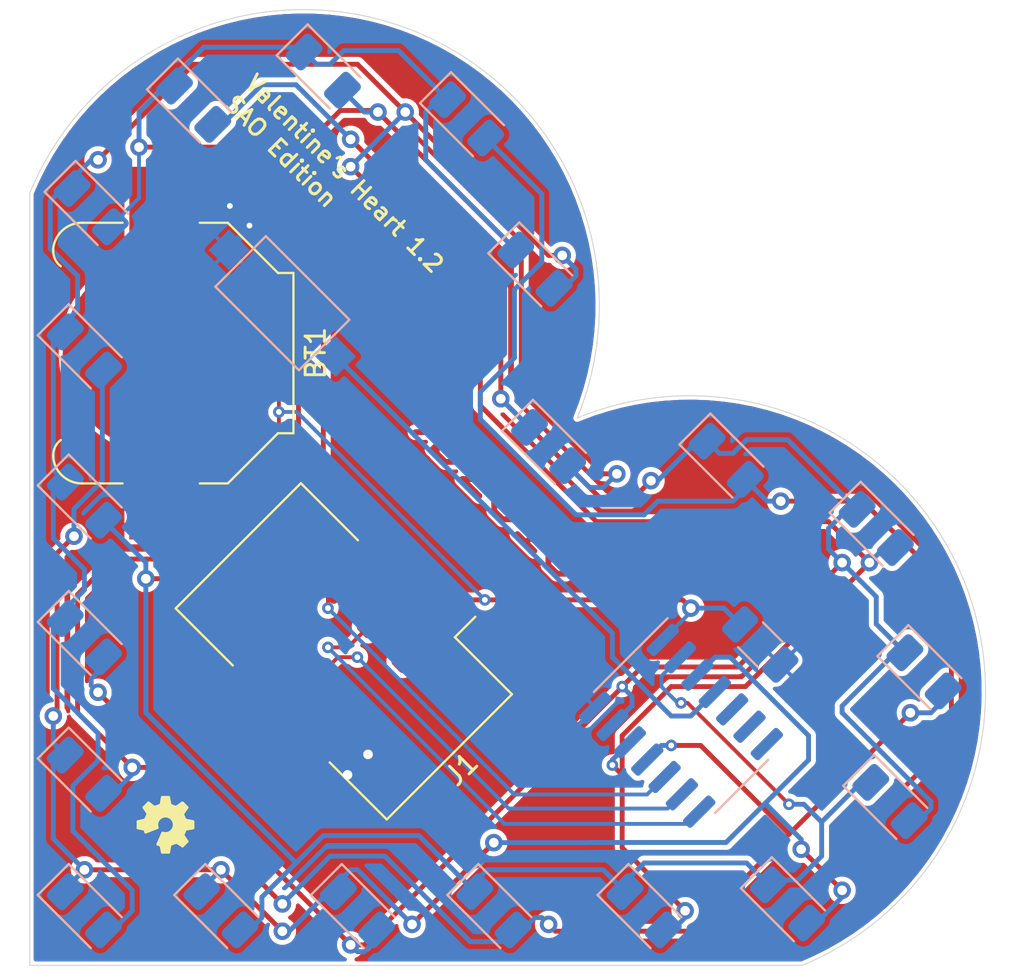
<source format=kicad_pcb>
(kicad_pcb (version 20240108) (generator "pcbnew") (generator_version "8.0")
  (layers (0 "F.Cu" signal) (31 "B.Cu" signal) (34 "B.Paste" user) (35 "F.Paste" user) (36 "B.SilkS" user "B.Silkscreen") (37 "F.SilkS" user "F.Silkscreen") (38 "B.Mask" user) (39 "F.Mask" user) (44 "Edge.Cuts" user))
  (net 0 "")
  (net 1 "GND")
  (net 2 "/CHARLIEPLEX0")
  (net 3 "/CHARLIEPLEX1")
  (net 4 "/CHARLIEPLEX2")
  (net 5 "/CHARLIEPLEX3")
  (net 6 "/CHARLIEPLEX4")
  (net 7 "/BUTTON")
  (net 8 "+3.3V")
  (net 10 "/SDA")
  (net 11 "/UPDI")
  (net 12 "/SCL")
  (footprint "valentines-heart-punk-r1.2-rotated:OSHW_FILLX100_NOTEXT" (layer "F.Cu") (at 128.983592 122.258359 -45)
    (property "Reference" "LOGO1" (hide yes))
    (property "Value" "OSHW_LOGO_FILLX0100-NT" (hide yes))
  )
  (footprint "Battery:BatteryHolder_Keystone_3000_1x12mm" (layer "F.Cu") (at 130.556 98.044 -90)
    (property "Reference" "BT1" (at 0 -8 90) (layer "F.SilkS"))
    (property "Value" "Battery_Cell")
    (pad "1" smd rect (at -7.9 0 270) (size 3.5 3.3) (layers "F.Cu" "F.Paste" "F.Mask") (net 8 "+3.3V"))
    (pad "1" smd rect (at 7.9 0 270) (size 3.5 3.3) (layers "F.Cu" "F.Paste" "F.Mask") (net 8 "+3.3V"))
    (pad "2" smd circle (at 0 0 270) (size 10.2 10.2) (layers "F.Cu" "F.Mask") (net 1 "GND"))
  )
  (footprint "Connector_IDC:IDC-Header_2x03_P2.54mm_Vertical_SMD" (layer "F.Cu") (at 140.014492 113.490259 -135)
    (property "Reference" "J1" (at 0 -8.619999 45) (layer "F.SilkS"))
    (property "Value" "Conn_02x03_Odd_Even")
    (pad "1" smd roundrect (at -3.8 -2.54 225) (size 5 1.02) (layers "F.Cu" "F.Paste" "F.Mask") (net 8 "+3.3V"))
    (pad "2" smd roundrect (at 3.8 -2.54 225) (size 5 1.02) (layers "F.Cu" "F.Paste" "F.Mask") (net 1 "GND"))
    (pad "3" smd roundrect (at -3.8 0 225) (size 5 1.02) (layers "F.Cu" "F.Paste" "F.Mask") (net 10 "/SDA"))
    (pad "4" smd roundrect (at 3.8 0 225) (size 5 1.02) (layers "F.Cu" "F.Paste" "F.Mask") (net 12 "/SCL"))
    (pad "5" smd roundrect (at -3.8 2.54 225) (size 5 1.02) (layers "F.Cu" "F.Paste" "F.Mask") (net 11 "/UPDI"))
    (pad "6" smd roundrect (at 3.8 2.54 225) (size 5 1.02) (layers "F.Cu" "F.Paste" "F.Mask"))
  )
  (footprint "valentines-heart-punk-r1.2-rotated:RGLOGO_SMALL_2015" (layer "F.Cu") (at 144.610692 103.237159 -45)
    (property "Reference" "U$1" (hide yes))
    (property "Value" "" (hide yes))
    (fp_line (start -1.397 -0.1524) (end -0.7874 -0.7874) (stroke (width 0.3048)) (layer "F.Cu"))
    (fp_line (start -1.397 -1.0922) (end -1.0922 -0.7874) (stroke (width 0.3048)) (layer "F.Cu"))
    (fp_line (start -1.0922 -0.7874) (end -0.7874 -0.7874) (stroke (width 0.3048)) (layer "F.Cu"))
    (fp_line (start -0.7874 -0.7874) (end -0.1524 -0.7874) (stroke (width 0.3048)) (layer "F.Cu"))
    (fp_line (start -0.1524 -0.1524) (end -0.1524 -0.4572) (stroke (width 0.3048)) (layer "F.Cu"))
    (fp_line (start -0.1524 -0.4572) (end -0.1524 -0.7874) (stroke (width 0.3048)) (layer "F.Cu"))
    (fp_line (start 0.1524 -0.1524) (end -0.1524 -0.4572) (stroke (width 0.3048)) (layer "F.Cu"))
    (fp_line (start -1.397 -1.7272) (end -1.397 -1.0922) (stroke (width 0.3048)) (layer "F.Cu"))
    (fp_line (start -0.1524 -0.7874) (end -0.1524 -1.7272) (stroke (width 0.3048)) (layer "F.Cu"))
    (fp_line (start -1.0922 -2.032) (end -1.397 -1.7272) (stroke (width 0.3048)) (layer "F.Cu"))
    (fp_line (start 0.7874 -0.1524) (end 0.1524 -0.1524) (stroke (width 0.3048)) (layer "F.Cu"))
    (fp_line (start 0.4572 -1.0922) (end 1.0922 -1.0922) (stroke (width 0.3048)) (layer "F.Cu"))
    (fp_line (start -0.1524 -1.7272) (end -0.1524 -2.032) (stroke (width 0.3048)) (layer "F.Cu"))
    (fp_line (start -0.1524 -1.7272) (end 0.1524 -2.032) (stroke (width 0.3048)) (layer "F.Cu"))
    (fp_line (start 1.0922 -0.4826) (end 0.7874 -0.1524) (stroke (width 0.3048)) (layer "F.Cu"))
    (fp_line (start -0.1524 -2.032) (end -1.0922 -2.032) (stroke (width 0.3048)) (layer "F.Cu"))
    (fp_line (start 0.1524 -2.032) (end 0.761999 -2.032) (stroke (width 0.3048)) (layer "F.Cu"))
    (fp_line (start 1.0922 -1.0922) (end 1.0922 -0.4826) (stroke (width 0.3048)) (layer "F.Cu"))
    (fp_line (start 2.032 -0.1524) (end 3.2766 -1.3716) (stroke (width 0.3048)) (layer "F.Cu"))
    (fp_line (start 0.761999 -2.032) (end 1.0668 -1.7272) (stroke (width 0.3048)) (layer "F.Cu"))
    (fp_line (start 3.2766 -0.1524) (end 2.032 -0.1524) (stroke (width 0.3048)) (layer "F.Cu"))
    (fp_line (start 2.032 -1.6764) (end 2.3622 -2.0066) (stroke (width 0.3048)) (layer "F.Cu"))
    (fp_line (start 2.3622 -2.0066) (end 2.971799 -2.0066) (stroke (width 0.3048)) (layer "F.Cu"))
    (fp_line (start 4.064 -0.4572) (end 5.2578 -1.6764) (stroke (width 0.3048)) (layer "F.Cu"))
    (fp_line (start 4.3688 -0.1524) (end 4.064 -0.4572) (stroke (width 0.3048)) (layer "F.Cu"))
    (fp_line (start 4.3688 -0.1524) (end 4.978399 -0.1524) (stroke (width 0.3048)) (layer "F.Cu"))
    (fp_line (start 3.2766 -1.3716) (end 3.2766 -1.6764) (stroke (width 0.3048)) (layer "F.Cu"))
    (fp_line (start 2.971799 -2.0066) (end 3.2766 -1.7018) (stroke (width 0.3048)) (layer "F.Cu"))
    (fp_line (start 4.978399 -0.1524) (end 5.2832 -0.4572) (stroke (width 0.3048)) (layer "F.Cu"))
    (fp_line (start 4.064 -1.6764) (end 4.064 -0.4572) (stroke (width 0.3048)) (layer "F.Cu"))
    (fp_line (start 5.2832 -0.4572) (end 5.2832 -1.6764) (stroke (width 0.3048)) (layer "F.Cu"))
    (fp_line (start 6.0642 -0.1524) (end 7.2961 -0.1524) (stroke (width 0.3048)) (layer "F.Cu"))
    (fp_line (start 4.3688 -1.9812) (end 4.064 -1.6764) (stroke (width 0.3048)) (layer "F.Cu"))
    (fp_line (start 4.978399 -1.9812) (end 4.3688 -1.9812) (stroke (width 0.3048)) (layer "F.Cu"))
    (fp_line (start 5.2832 -1.6764) (end 4.978399 -1.9812) (stroke (width 0.3048)) (layer "F.Cu"))
    (fp_line (start 8.3312 -0.1524) (end 8.0264 -0.4572) (stroke (width 0.3048)) (layer "F.Cu"))
    (fp_line (start 6.6866 -1.9622) (end 6.6866 -0.1715) (stroke (width 0.3048)) (layer "F.Cu"))
    (fp_line (start 6.6865 -1.981199) (end 6.0706 -1.365299) (stroke (width 0.3048)) (layer "F.Cu"))
    (fp_line (start 8.9662 -0.1524) (end 8.3312 -0.1524) (stroke (width 0.3048)) (layer "F.Cu"))
    (fp_line (start 9.271 -0.4572) (end 8.9662 -0.1524) (stroke (width 0.3048)) (layer "F.Cu"))
    (fp_line (start 8.0264 -1.9812) (end 8.026399 -1.0668) (stroke (width 0.3048)) (layer "F.Cu"))
    (fp_line (start 8.6614 -1.3716) (end 8.026399 -1.0668) (stroke (width 0.3048)) (layer "F.Cu"))
    (fp_line (start 8.6614 -1.3716) (end 8.9916 -1.3716) (stroke (width 0.3048)) (layer "F.Cu"))
    (fp_line (start 9.270999 -1.0668) (end 9.271 -0.4572) (stroke (width 0.3048)) (layer "F.Cu"))
    (fp_line (start 8.9916 -1.3716) (end 9.271 -1.0922) (stroke (width 0.3048)) (layer "F.Cu"))
    (fp_line (start 9.271 -1.9812) (end 8.0264 -1.9812) (stroke (width 0.3048)) (layer "F.Cu"))
  )
  (footprint "LED_SMD:LED_1206_3216Metric" (layer "B.Cu") (at 140.721592 126.925259 -45)
    (property "Reference" "D9" (hide yes))
    (property "Value" "LED")
    (pad "1" smd roundrect (at -1.399999 0 315) (size 1.25 1.75) (layers "B.Cu" "B.Paste" "B.Mask") (roundrect_rratio 0.2) (net 4 "/CHARLIEPLEX2"))
    (pad "2" smd roundrect (at 1.399999 0 315) (size 1.25 1.75) (layers "B.Cu" "B.Paste" "B.Mask") (roundrect_rratio 0.2) (net 2 "/CHARLIEPLEX0"))
  )
  (footprint "LED_SMD:LED_1206_3216Metric" (layer "B.Cu") (at 159.813492 103.590759 -45)
    (property "Reference" "D2" (hide yes))
    (property "Value" "LED")
    (pad "1" smd roundrect (at -1.399999 0 315) (size 1.25 1.75) (layers "B.Cu" "B.Paste" "B.Mask") (roundrect_rratio 0.2) (net 2 "/CHARLIEPLEX0"))
    (pad "2" smd roundrect (at 1.399999 0 315) (size 1.25 1.75) (layers "B.Cu" "B.Paste" "B.Mask") (roundrect_rratio 0.2) (net 4 "/CHARLIEPLEX2"))
  )
  (footprint "LED_SMD:LED_1206_3216Metric" (layer "B.Cu") (at 162.995492 126.571759 -45)
    (property "Reference" "D6" (hide yes))
    (property "Value" "LED")
    (pad "1" smd roundrect (at -1.399999 0 315) (size 1.25 1.75) (layers "B.Cu" "B.Paste" "B.Mask") (roundrect_rratio 0.2) (net 3 "/CHARLIEPLEX1"))
    (pad "2" smd roundrect (at 1.399999 0 315) (size 1.25 1.75) (layers "B.Cu" "B.Paste" "B.Mask") (roundrect_rratio 0.2) (net 4 "/CHARLIEPLEX2"))
  )
  (footprint "LED_SMD:LED_1206_3216Metric" (layer "B.Cu") (at 132.236292 85.205959 -45)
    (property "Reference" "D17" (hide yes))
    (property "Value" "LED")
    (pad "1" smd roundrect (at -1.399999 0 315) (size 1.25 1.75) (layers "B.Cu" "B.Paste" "B.Mask") (roundrect_rratio 0.2) (net 6 "/CHARLIEPLEX4"))
    (pad "2" smd roundrect (at 1.399999 0 315) (size 1.25 1.75) (layers "B.Cu" "B.Paste" "B.Mask") (roundrect_rratio 0.2) (net 2 "/CHARLIEPLEX0"))
  )
  (footprint "Capacitor_SMD:C_1206_3216Metric" (layer "B.Cu") (at 161.581292 113.136659 -45)
    (property "Reference" "C1" (hide yes))
    (property "Value" "100n")
    (pad "1" smd roundrect (at -1.475001 0 315) (size 1.15 1.8) (layers "B.Cu" "B.Paste" "B.Mask") (roundrect_rratio 0.217391) (net 8 "+3.3V"))
    (pad "2" smd roundrect (at 1.475001 0 315) (size 1.15 1.8) (layers "B.Cu" "B.Paste" "B.Mask") (roundrect_rratio 0.217391) (net 1 "GND"))
  )
  (footprint "LED_SMD:LED_1206_3216Metric" (layer "B.Cu") (at 149.913992 93.691259 -45)
    (property "Reference" "D20" (hide yes))
    (property "Value" "LED")
    (pad "1" smd roundrect (at -1.399999 0 315) (size 1.25 1.75) (layers "B.Cu" "B.Paste" "B.Mask") (roundrect_rratio 0.2) (net 6 "/CHARLIEPLEX4"))
    (pad "2" smd roundrect (at 1.399999 0 315) (size 1.25 1.75) (layers "B.Cu" "B.Paste" "B.Mask") (roundrect_rratio 0.2) (net 5 "/CHARLIEPLEX3"))
  )
  (footprint "LED_SMD:LED_1206_3216Metric" (layer "B.Cu") (at 168.298792 121.268459 -45)
    (property "Reference" "D5" (hide yes))
    (property "Value" "LED")
    (pad "1" smd roundrect (at -1.399999 0 315) (size 1.25 1.75) (layers "B.Cu" "B.Paste" "B.Mask") (roundrect_rratio 0.2) (net 3 "/CHARLIEPLEX1"))
    (pad "2" smd roundrect (at 1.399999 0 315) (size 1.25 1.75) (layers "B.Cu" "B.Paste" "B.Mask") (roundrect_rratio 0.2) (net 2 "/CHARLIEPLEX0"))
  )
  (footprint "LED_SMD:LED_1206_3216Metric" (layer "B.Cu") (at 146.378492 85.913059 -45)
    (property "Reference" "D19" (hide yes))
    (property "Value" "LED")
    (pad "1" smd roundrect (at -1.399999 0 315) (size 1.25 1.75) (layers "B.Cu" "B.Paste" "B.Mask") (roundrect_rratio 0.2) (net 6 "/CHARLIEPLEX4"))
    (pad "2" smd roundrect (at 1.399999 0 315) (size 1.25 1.75) (layers "B.Cu" "B.Paste" "B.Mask") (roundrect_rratio 0.2) (net 4 "/CHARLIEPLEX2"))
  )
  (footprint "Button_Switch_SMD:SW_SPST_CK_RS282G05A3" (layer "B.Cu") (at 136.832492 95.459059 -45)
    (property "Reference" "SW1" (hide yes))
    (property "Value" "SW_Push")
    (pad "1" smd rect (at -3.899999 0 315) (size 1.5 1.5) (layers "B.Cu" "B.Paste" "B.Mask") (net 1 "GND"))
    (pad "2" smd rect (at 3.899999 0 315) (size 1.5 1.5) (layers "B.Cu" "B.Paste" "B.Mask") (net 7 "/BUTTON"))
  )
  (footprint "LED_SMD:LED_1206_3216Metric" (layer "B.Cu") (at 147.792692 126.925259 -45)
    (property "Reference" "D8" (hide yes))
    (property "Value" "LED")
    (pad "1" smd roundrect (at -1.399999 0 315) (size 1.25 1.75) (layers "B.Cu" "B.Paste" "B.Mask") (roundrect_rratio 0.2) (net 3 "/CHARLIEPLEX1"))
    (pad "2" smd roundrect (at 1.399999 0 315) (size 1.25 1.75) (layers "B.Cu" "B.Paste" "B.Mask") (roundrect_rratio 0.2) (net 6 "/CHARLIEPLEX4"))
  )
  (footprint "LED_SMD:LED_1206_3216Metric" (layer "B.Cu") (at 126.579492 112.783159 -45)
    (property "Reference" "D13" (hide yes))
    (property "Value" "LED")
    (pad "1" smd roundrect (at -1.399999 0 315) (size 1.25 1.75) (layers "B.Cu" "B.Paste" "B.Mask") (roundrect_rratio 0.2) (net 5 "/CHARLIEPLEX3"))
    (pad "2" smd roundrect (at 1.399999 0 315) (size 1.25 1.75) (layers "B.Cu" "B.Paste" "B.Mask") (roundrect_rratio 0.2) (net 2 "/CHARLIEPLEX0"))
  )
  (footprint "LED_SMD:LED_1206_3216Metric" (layer "B.Cu") (at 150.621092 102.883659 -45)
    (property "Reference" "D1" (hide yes))
    (property "Value" "LED")
    (pad "1" smd roundrect (at -1.399999 0 315) (size 1.25 1.75) (layers "B.Cu" "B.Paste" "B.Mask") (roundrect_rratio 0.2) (net 2 "/CHARLIEPLEX0"))
    (pad "2" smd roundrect (at 1.399999 0 315) (size 1.25 1.75) (layers "B.Cu" "B.Paste" "B.Mask") (roundrect_rratio 0.2) (net 3 "/CHARLIEPLEX1"))
  )
  (footprint "LED_SMD:LED_1206_3216Metric" (layer "B.Cu") (at 126.579492 105.712059 -45)
    (property "Reference" "D14" (hide yes))
    (property "Value" "LED")
    (pad "1" smd roundrect (at -1.399999 0 315) (size 1.25 1.75) (layers "B.Cu" "B.Paste" "B.Mask") (roundrect_rratio 0.2) (net 5 "/CHARLIEPLEX3"))
    (pad "2" smd roundrect (at 1.399999 0 315) (size 1.25 1.75) (layers "B.Cu" "B.Paste" "B.Mask") (roundrect_rratio 0.2) (net 3 "/CHARLIEPLEX1"))
  )
  (footprint "LED_SMD:LED_1206_3216Metric" (layer "B.Cu") (at 155.570892 126.925259 -45)
    (property "Reference" "D7" (hide yes))
    (property "Value" "LED")
    (pad "1" smd roundrect (at -1.399999 0 315) (size 1.25 1.75) (layers "B.Cu" "B.Paste" "B.Mask") (roundrect_rratio 0.2) (net 3 "/CHARLIEPLEX1"))
    (pad "2" smd roundrect (at 1.399999 0 315) (size 1.25 1.75) (layers "B.Cu" "B.Paste" "B.Mask") (roundrect_rratio 0.2) (net 5 "/CHARLIEPLEX3"))
  )
  (footprint "LED_SMD:LED_1206_3216Metric" (layer "B.Cu") (at 167.591692 107.126259 -45)
    (property "Reference" "D3" (hide yes))
    (property "Value" "LED")
    (pad "1" smd roundrect (at -1.399999 0 315) (size 1.25 1.75) (layers "B.Cu" "B.Paste" "B.Mask") (roundrect_rratio 0.2) (net 2 "/CHARLIEPLEX0"))
    (pad "2" smd roundrect (at 1.399999 0 315) (size 1.25 1.75) (layers "B.Cu" "B.Paste" "B.Mask") (roundrect_rratio 0.2) (net 5 "/CHARLIEPLEX3"))
  )
  (footprint "LED_SMD:LED_1206_3216Metric" (layer "B.Cu") (at 126.932992 90.509259 -45)
    (property "Reference" "D16" (hide yes))
    (property "Value" "LED")
    (pad "1" smd roundrect (at -1.399999 0 315) (size 1.25 1.75) (layers "B.Cu" "B.Paste" "B.Mask") (roundrect_rratio 0.2) (net 5 "/CHARLIEPLEX3"))
    (pad "2" smd roundrect (at 1.399999 0 315) (size 1.25 1.75) (layers "B.Cu" "B.Paste" "B.Mask") (roundrect_rratio 0.2) (net 6 "/CHARLIEPLEX4"))
  )
  (footprint "LED_SMD:LED_1206_3216Metric" (layer "B.Cu") (at 138.953792 83.438259 -45)
    (property "Reference" "D18" (hide yes))
    (property "Value" "LED")
    (pad "1" smd roundrect (at -1.399999 0 315) (size 1.25 1.75) (layers "B.Cu" "B.Paste" "B.Mask") (roundrect_rratio 0.2) (net 6 "/CHARLIEPLEX4"))
    (pad "2" smd roundrect (at 1.399999 0 315) (size 1.25 1.75) (layers "B.Cu" "B.Paste" "B.Mask") (roundrect_rratio 0.2) (net 3 "/CHARLIEPLEX1"))
  )
  (footprint "LED_SMD:LED_1206_3216Metric" (layer "B.Cu") (at 126.579492 126.925259 -45)
    (property "Reference" "D11" (hide yes))
    (property "Value" "LED")
    (pad "1" smd roundrect (at -1.399999 0 315) (size 1.25 1.75) (layers "B.Cu" "B.Paste" "B.Mask") (roundrect_rratio 0.2) (net 4 "/CHARLIEPLEX2"))
    (pad "2" smd roundrect (at 1.399999 0 315) (size 1.25 1.75) (layers "B.Cu" "B.Paste" "B.Mask") (roundrect_rratio 0.2) (net 5 "/CHARLIEPLEX3"))
  )
  (footprint "LED_SMD:LED_1206_3216Metric" (layer "B.Cu") (at 133.650492 126.925259 -45)
    (property "Reference" "D10" (hide yes))
    (property "Value" "LED")
    (pad "1" smd roundrect (at -1.399999 0 315) (size 1.25 1.75) (layers "B.Cu" "B.Paste" "B.Mask") (roundrect_rratio 0.2) (net 4 "/CHARLIEPLEX2"))
    (pad "2" smd roundrect (at 1.399999 0 315) (size 1.25 1.75) (layers "B.Cu" "B.Paste" "B.Mask") (roundrect_rratio 0.2) (net 3 "/CHARLIEPLEX1"))
  )
  (footprint "LED_SMD:LED_1206_3216Metric" (layer "B.Cu") (at 170.066492 114.550959 -45)
    (property "Reference" "D4" (hide yes))
    (property "Value" "LED")
    (pad "1" smd roundrect (at -1.399999 0 315) (size 1.25 1.75) (layers "B.Cu" "B.Paste" "B.Mask") (roundrect_rratio 0.2) (net 2 "/CHARLIEPLEX0"))
    (pad "2" smd roundrect (at 1.399999 0 315) (size 1.25 1.75) (layers "B.Cu" "B.Paste" "B.Mask") (roundrect_rratio 0.2) (net 6 "/CHARLIEPLEX4"))
  )
  (footprint "Package_SO:SOIC-14_3.9x8.7mm_P1.27mm" (layer "B.Cu") (at 157.48 117.348 -135)
    (property "Reference" "U1" (hide yes))
    (property "Value" "ATtiny3224-SS")
    (pad "1" smd roundrect (at -2.475 3.81 225) (size 1.95 0.6) (layers "B.Cu" "B.Paste" "B.Mask") (net 8 "+3.3V"))
    (pad "2" smd roundrect (at -2.475 2.54 225) (size 1.95 0.6) (layers "B.Cu" "B.Paste" "B.Mask") (net 3 "/CHARLIEPLEX1"))
    (pad "3" smd roundrect (at -2.475 1.27 225) (size 1.95 0.6) (layers "B.Cu" "B.Paste" "B.Mask") (net 4 "/CHARLIEPLEX2"))
    (pad "4" smd roundrect (at -2.475 0 225) (size 1.95 0.6) (layers "B.Cu" "B.Paste" "B.Mask") (net 7 "/BUTTON"))
    (pad "5" smd roundrect (at -2.475 -1.27 225) (size 1.95 0.6) (layers "B.Cu" "B.Paste" "B.Mask"))
    (pad "6" smd roundrect (at -2.475 -2.54 225) (size 1.95 0.6) (layers "B.Cu" "B.Paste" "B.Mask"))
    (pad "7" smd roundrect (at -2.475 -3.81 225) (size 1.95 0.6) (layers "B.Cu" "B.Paste" "B.Mask"))
    (pad "8" smd roundrect (at 2.475 -3.81 225) (size 1.95 0.6) (layers "B.Cu" "B.Paste" "B.Mask") (net 10 "/SDA"))
    (pad "9" smd roundrect (at 2.475 -2.54 225) (size 1.95 0.6) (layers "B.Cu" "B.Paste" "B.Mask") (net 12 "/SCL"))
    (pad "10" smd roundrect (at 2.475 -1.27 225) (size 1.95 0.6) (layers "B.Cu" "B.Paste" "B.Mask") (net 11 "/UPDI"))
    (pad "11" smd roundrect (at 2.475 0 225) (size 1.95 0.6) (layers "B.Cu" "B.Paste" "B.Mask") (net 6 "/CHARLIEPLEX4"))
    (pad "12" smd roundrect (at 2.475 1.27 225) (size 1.95 0.6) (layers "B.Cu" "B.Paste" "B.Mask") (net 5 "/CHARLIEPLEX3"))
    (pad "13" smd roundrect (at 2.475 2.54 225) (size 1.95 0.6) (layers "B.Cu" "B.Paste" "B.Mask") (net 2 "/CHARLIEPLEX0"))
    (pad "14" smd roundrect (at 2.475 3.81 225) (size 1.95 0.6) (layers "B.Cu" "B.Paste" "B.Mask") (net 1 "GND"))
  )
  (footprint "LED_SMD:LED_1206_3216Metric" (layer "B.Cu") (at 126.579492 97.933859 -45)
    (property "Reference" "D15" (hide yes))
    (property "Value" "LED")
    (pad "1" smd roundrect (at -1.399999 0 315) (size 1.25 1.75) (layers "B.Cu" "B.Paste" "B.Mask") (roundrect_rratio 0.2) (net 5 "/CHARLIEPLEX3"))
    (pad "2" smd roundrect (at 1.399999 0 315) (size 1.25 1.75) (layers "B.Cu" "B.Paste" "B.Mask") (roundrect_rratio 0.2) (net 4 "/CHARLIEPLEX2"))
  )
  (footprint "LED_SMD:LED_1206_3216Metric" (layer "B.Cu") (at 126.579492 119.854259 -45)
    (property "Reference" "D12" (hide yes))
    (property "Value" "LED")
    (pad "1" smd roundrect (at -1.399999 0 315) (size 1.25 1.75) (layers "B.Cu" "B.Paste" "B.Mask") (roundrect_rratio 0.2) (net 4 "/CHARLIEPLEX2"))
    (pad "2" smd roundrect (at 1.399999 0 315) (size 1.25 1.75) (layers "B.Cu" "B.Paste" "B.Mask") (roundrect_rratio 0.2) (net 6 "/CHARLIEPLEX4"))
  )
  (gr_line (start 123.751092 129.753659) (end 123.751092 89.753859) (stroke (width 0.05)) (layer "Edge.Cuts"))
  (gr_arc (start 152.10099 101.40376) (mid 172.100941 109.753738) (end 163.750892 129.753659) (stroke (width 0.05)) (layer "Edge.Cuts"))
  (gr_arc (start 123.751091 89.753859) (mid 143.751053 81.403709) (end 152.100992 101.403759) (stroke (width 0.05)) (layer "Edge.Cuts"))
  (gr_line (start 163.750892 129.753659) (end 123.751092 129.753659) (stroke (width 0.05)) (layer "Edge.Cuts"))
  (gr_text "Valentine's Heart 1.2" (at 134.711192 84.145359 315) (layer "F.SilkS") (effects (font (size 0.8636 0.8636) (thickness 0.1524)) (justify left bottom)))
  (gr_text "SAO Edition" (at 133.650492 85.205959 315) (layer "F.SilkS") (effects (font (size 0.8636 0.8636) (thickness 0.1524)) (justify left bottom)))
  (via (at 140.208 119.888) (size 0.9064) (drill 0.5) (layers "F.Cu" "B.Cu") (net 1))
  (via (at 134.112 90.424) (size 0.6) (drill 0.3) (layers "F.Cu" "B.Cu") (net 1))
  (via (at 135.128 91.44) (size 0.6) (drill 0.3) (layers "F.Cu" "B.Cu") (net 1))
  (via (at 141.2687 118.8274) (size 0.9064) (drill 0.5) (layers "F.Cu" "B.Cu") (net 1))
  (segment (start 135.128 91.44) (end 134.112 90.424) (width 0.2) (layer "B.Cu") (net 1))
  (segment (start 134.074776 92.493224) (end 135.128 91.44) (width 0.2) (layer "B.Cu") (net 1))
  (segment (start 134.074776 92.701343) (end 134.074776 92.493224) (width 0.2) (layer "B.Cu") (net 1))
  (segment (start 148.146192 94.751959) (end 140.368092 86.973759) (width 0.254) (layer "F.Cu") (net 2))
  (segment (start 141.075192 128.693059) (end 154.510192 115.258059) (width 0.254) (layer "F.Cu") (net 2))
  (segment (start 154.510192 115.258059) (end 154.489941 115.258059) (width 0.254) (layer "F.Cu") (net 2))
  (segment (start 155.924392 104.651459) (end 154.863692 105.712059) (width 0.254) (layer "F.Cu") (net 2))
  (segment (start 127.286592 115.611559) (end 140.368092 128.693059) (width 0.254) (layer "F.Cu") (net 2))
  (segment (start 154.489941 115.258059) (end 154.432 115.316) (width 0.254) (layer "F.Cu") (net 2))
  (segment (start 165.823892 108.894059) (end 160.417951 114.3) (width 0.254) (layer "F.Cu") (net 2))
  (segment (start 140.368092 128.693059) (end 141.075192 128.693059) (width 0.254) (layer "F.Cu") (net 2))
  (segment (start 148.146192 100.408759) (end 148.146192 94.751959) (width 0.254) (layer "F.Cu") (net 2))
  (segment (start 155.448 114.3) (end 154.489941 115.258059) (width 0.254) (layer "F.Cu") (net 2))
  (segment (start 154.863692 105.712059) (end 153.449492 105.712059) (width 0.254) (layer "F.Cu") (net 2))
  (segment (start 160.417951 114.3) (end 155.448 114.3) (width 0.254) (layer "F.Cu") (net 2))
  (segment (start 153.449492 105.712059) (end 148.146192 100.408759) (width 0.254) (layer "F.Cu") (net 2))
  (via (at 127.286592 115.611559) (size 0.9064) (drill 0.5) (layers "F.Cu" "B.Cu") (net 2))
  (via (at 154.432 115.316) (size 0.6) (drill 0.3) (layers "F.Cu" "B.Cu") (net 2))
  (via (at 165.823892 108.894059) (size 0.9064) (drill 0.5) (layers "F.Cu" "B.Cu") (net 2))
  (via (at 140.368092 128.693059) (size 0.9064) (drill 0.5) (layers "F.Cu" "B.Cu") (net 2))
  (via (at 155.924392 104.651459) (size 0.9064) (drill 0.5) (layers "F.Cu" "B.Cu") (net 2))
  (via (at 140.368092 86.973759) (size 0.9064) (drill 0.5) (layers "F.Cu" "B.Cu") (net 2))
  (via (at 148.146192 100.408759) (size 0.9064) (drill 0.5) (layers "F.Cu" "B.Cu") (net 2))
  (segment (start 148.146192 100.408759) (end 149.383657 101.646225) (width 0.254) (layer "B.Cu") (net 2))
  (segment (start 159.459892 103.237159) (end 158.576057 102.353325) (width 0.254) (layer "B.Cu") (net 2))
  (segment (start 154.903897 116.332) (end 153.933859 117.302038) (width 0.254) (layer "B.Cu") (net 2))
  (segment (start 135.771892 84.145359) (end 133.473729 86.443397) (width 0.254) (layer "B.Cu") (net 2))
  (segment (start 167.591692 112.076059) (end 168.829057 113.313525) (width 0.254) (layer "B.Cu") (net 2))
  (segment (start 165.823892 116.318659) (end 165.823892 116.672259) (width 0.254) (layer "B.Cu") (net 2))
  (segment (start 160.166992 103.237159) (end 159.459892 103.237159) (width 0.254) (layer "B.Cu") (net 2))
  (segment (start 166.354257 105.888825) (end 162.995492 102.530059) (width 0.254) (layer "B.Cu") (net 2))
  (segment (start 160.874192 102.530059) (end 160.166992 103.237159) (width 0.254) (layer "B.Cu") (net 2))
  (segment (start 165.823892 108.894059) (end 167.591692 110.661859) (width 0.254) (layer "B.Cu") (net 2))
  (segment (start 158.576057 102.353325) (end 156.277992 104.651459) (width 0.254) (layer "B.Cu") (net 2))
  (segment (start 154.94 116.332) (end 154.903897 116.332) (width 0.254) (layer "B.Cu") (net 2))
  (segment (start 140.368092 128.693059) (end 140.721592 129.046559) (width 0.254) (layer "B.Cu") (net 2))
  (segment (start 162.995492 102.530059) (end 160.874192 102.530059) (width 0.254) (layer "B.Cu") (net 2))
  (segment (start 165.116792 108.186959) (end 165.116792 107.126259) (width 0.254) (layer "B.Cu") (net 2))
  (segment (start 140.368092 86.973759) (end 137.539592 84.145359) (width 0.254) (layer "B.Cu") (net 2))
  (segment (start 165.823892 108.894059) (end 165.116792 108.186959) (width 0.254) (layer "B.Cu") (net 2))
  (segment (start 154.94 115.824) (end 154.94 116.332) (width 0.254) (layer "B.Cu") (net 2))
  (segment (start 156.277992 104.651459) (end 155.924392 104.651459) (width 0.254) (layer "B.Cu") (net 2))
  (segment (start 127.286592 115.611559) (end 126.932992 115.258059) (width 0.254) (layer "B.Cu") (net 2))
  (segment (start 154.432 115.316) (end 154.94 115.824) (width 0.254) (layer "B.Cu") (net 2))
  (segment (start 170.420092 121.621959) (end 169.536229 122.505897) (width 0.254) (layer "B.Cu") (net 2))
  (segment (start 126.932992 115.258059) (end 126.932992 114.904459) (width 0.254) (layer "B.Cu") (net 2))
  (segment (start 141.075192 129.046559) (end 141.959029 128.162697) (width 0.254) (layer "B.Cu") (net 2))
  (segment (start 167.591692 110.661859) (end 167.591692 112.076059) (width 0.254) (layer "B.Cu") (net 2))
  (segment (start 165.116792 107.126259) (end 166.354257 105.888825) (width 0.254) (layer "B.Cu") (net 2))
  (segment (start 126.932992 114.904459) (end 127.816929 114.020597) (width 0.254) (layer "B.Cu") (net 2))
  (segment (start 165.823892 116.672259) (end 170.420092 121.268459) (width 0.254) (layer "B.Cu") (net 2))
  (segment (start 168.829057 113.313525) (end 165.823892 116.318659) (width 0.254) (layer "B.Cu") (net 2))
  (segment (start 140.721592 129.046559) (end 141.075192 129.046559) (width 0.254) (layer "B.Cu") (net 2))
  (segment (start 137.539592 84.145359) (end 135.771892 84.145359) (width 0.254) (layer "B.Cu") (net 2))
  (segment (start 170.420092 121.268459) (end 170.420092 121.621959) (width 0.254) (layer "B.Cu") (net 2))
  (segment (start 138.953792 86.36) (end 139.834896 85.478896) (width 0.254) (layer "F.Cu") (net 3))
  (segment (start 157.48 116.1595) (end 157.8155 116.1595) (width 0.2) (layer "F.Cu") (net 3))
  (segment (start 132.588 109.728) (end 138.953792 103.362208) (width 0.254) (layer "F.Cu") (net 3))
  (segment (start 149.206892 100.055259) (end 153.449492 104.297859) (width 0.254) (layer "F.Cu") (net 3))
  (segment (start 141.782292 85.559559) (end 149.206892 92.984159) (width 0.254) (layer "F.Cu") (net 3))
  (segment (start 141.701629 85.478896) (end 141.782292 85.559559) (width 0.254) (layer "F.Cu") (net 3))
  (segment (start 139.834896 85.478896) (end 141.701629 85.478896) (width 0.254) (layer "F.Cu") (net 3))
  (segment (start 149.206892 92.984159) (end 149.206892 100.055259) (width 0.254) (layer "F.Cu") (net 3))
  (segment (start 129.761492 109.728) (end 132.588 109.728) (width 0.254) (layer "F.Cu") (net 3))
  (segment (start 157.8155 116.1595) (end 163.068 121.412) (width 0.2) (layer "F.Cu") (net 3))
  (segment (start 138.953792 103.362208) (end 138.953792 86.36) (width 0.254) (layer "F.Cu") (net 3))
  (segment (start 153.449492 104.297859) (end 154.156592 104.297859) (width 0.254) (layer "F.Cu") (net 3))
  (via (at 141.782292 85.559559) (size 0.9064) (drill 0.5) (layers "F.Cu" "B.Cu") (net 3))
  (via (at 163.068 121.412) (size 0.6) (drill 0.3) (layers "F.Cu" "B.Cu") (net 3))
  (via (at 129.761492 109.728) (size 0.9064) (drill 0.5) (layers "F.Cu" "B.Cu") (net 3))
  (via (at 154.156592 104.297859) (size 0.9064) (drill 0.5) (layers "F.Cu" "B.Cu") (net 3))
  (via (at 157.48 116.1595) (size 0.6) (drill 0.3) (layers "F.Cu" "B.Cu") (net 3))
  (segment (start 160.874192 124.450359) (end 161.758057 125.334325) (width 0.254) (layer "B.Cu") (net 3))
  (segment (start 153.449492 124.803959) (end 154.333457 125.687825) (width 0.254) (layer "B.Cu") (net 3))
  (segment (start 137.539592 124.450359) (end 138.953792 123.036159) (width 0.254) (layer "B.Cu") (net 3))
  (segment (start 154.156592 104.297859) (end 153.449492 105.004959) (width 0.254) (layer "B.Cu") (net 3))
  (segment (start 156.464 115.316) (end 156.972 115.824) (width 0.2) (layer "B.Cu") (net 3))
  (segment (start 147.439092 124.803959) (end 153.449492 124.803959) (width 0.254) (layer "B.Cu") (net 3))
  (segment (start 152.742392 105.004959) (end 151.858529 104.121097) (width 0.254) (layer "B.Cu") (net 3))
  (segment (start 135.771892 126.218159) (end 137.539592 124.450359) (width 0.254) (layer "B.Cu") (net 3))
  (segment (start 138.953792 123.036159) (end 143.903592 123.036159) (width 0.254) (layer "B.Cu") (net 3))
  (segment (start 156.972 115.824) (end 157.3075 116.1595) (width 0.2) (layer "B.Cu") (net 3))
  (segment (start 154.333457 125.687825) (end 155.570892 124.450359) (width 0.254) (layer "B.Cu") (net 3))
  (segment (start 143.903592 123.036159) (end 146.555257 125.687825) (width 0.254) (layer "B.Cu") (net 3))
  (segment (start 155.570892 124.450359) (end 160.874192 124.450359) (width 0.254) (layer "B.Cu") (net 3))
  (segment (start 129.761492 109.728) (end 129.761492 108.89406) (width 0.254) (layer "B.Cu") (net 3))
  (segment (start 146.555257 125.687825) (end 147.439092 124.803959) (width 0.254) (layer "B.Cu") (net 3))
  (segment (start 153.449492 105.004959) (end 152.742392 105.004959) (width 0.254) (layer "B.Cu") (net 3))
  (segment (start 129.761492 116.672259) (end 137.539592 124.450359) (width 0.254) (layer "B.Cu") (net 3))
  (segment (start 135.771892 127.278859) (end 135.771892 126.218159) (width 0.254) (layer "B.Cu") (net 3))
  (segment (start 164.763192 122.329059) (end 163.846133 121.412) (width 0.254) (layer "B.Cu") (net 3))
  (segment (start 141.782292 85.559559) (end 141.075192 85.559559) (width 0.254) (layer "B.Cu") (net 3))
  (segment (start 164.763192 122.329059) (end 167.061357 120.031025) (width 0.254) (layer "B.Cu") (net 3))
  (segment (start 163.846133 121.412) (end 163.068 121.412) (width 0.254) (layer "B.Cu") (net 3))
  (segment (start 157.434038 113.801859) (end 156.464 114.771897) (width 0.2) (layer "B.Cu") (net 3))
  (segment (start 129.761492 108.89406) (end 127.816929 106.949497) (width 0.254) (layer "B.Cu") (net 3))
  (segment (start 134.887929 128.162697) (end 135.771892 127.278859) (width 0.254) (layer "B.Cu") (net 3))
  (segment (start 156.464 114.771897) (end 156.464 115.316) (width 0.2) (layer "B.Cu") (net 3))
  (segment (start 157.3075 116.1595) (end 157.48 116.1595) (width 0.2) (layer "B.Cu") (net 3))
  (segment (start 141.075192 85.559559) (end 140.191229 84.675697) (width 0.254) (layer "B.Cu") (net 3))
  (segment (start 163.525792 125.334259) (end 164.763192 124.096859) (width 0.254) (layer "B.Cu") (net 3))
  (segment (start 164.763192 124.096859) (end 164.763192 122.329059) (width 0.254) (layer "B.Cu") (net 3))
  (segment (start 129.761492 109.728) (end 129.761492 116.672259) (width 0.254) (layer "B.Cu") (net 3))
  (segment (start 161.758057 125.334325) (end 163.525792 125.334259) (width 0.254) (layer "B.Cu") (net 3))
  (segment (start 126.039628 107.528764) (end 125.165292 108.4031) (width 0.254) (layer "F.Cu") (net 4))
  (segment (start 171.480792 118.086459) (end 171.480792 113.136659) (width 0.254) (layer "F.Cu") (net 4))
  (segment (start 166.884592 105.712059) (end 162.641892 105.712059) (width 0.254) (layer "F.Cu") (net 4))
  (segment (start 125.165292 108.4031) (end 125.165292 116.642708) (width 0.254) (layer "F.Cu") (net 4))
  (segment (start 169.712992 111.368959) (end 169.712992 108.540459) (width 0.254) (layer "F.Cu") (net 4))
  (segment (start 163.702592 123.743259) (end 164.763192 124.803959) (width 0.254) (layer "F.Cu") (net 4))
  (segment (start 143.549992 127.632359) (end 147.783144 123.399207) (width 0.254) (layer "F.Cu") (net 4))
  (segment (start 125.165292 116.642708) (end 124.968 116.84) (width 0.254) (layer "F.Cu") (net 4))
  (segment (start 164.763192 124.803959) (end 165.823892 125.864659) (width 0.254) (layer "F.Cu") (net 4))
  (segment (start 164.763192 124.803959) (end 171.480792 118.086459) (width 0.254) (layer "F.Cu") (net 4))
  (segment (start 133.650492 124.803959) (end 136.832492 127.985959) (width 0.254) (layer "F.Cu") (net 4))
  (segment (start 171.480792 113.136659) (end 169.712992 111.368959) (width 0.254) (layer "F.Cu") (net 4))
  (segment (start 147.783144 123.399207) (end 147.783207 123.399207) (width 0.254) (layer "F.Cu") (net 4))
  (segment (start 126.579492 124.803959) (end 133.650492 124.803959) (width 0.254) (layer "F.Cu") (net 4))
  (segment (start 169.712992 108.540459) (end 166.884592 105.712059) (width 0.254) (layer "F.Cu") (net 4))
  (via (at 126.039628 107.528764) (size 0.9064) (drill 0.5) (layers "F.Cu" "B.Cu") (net 4))
  (via (at 126.579492 124.803959) (size 0.9064) (drill 0.5) (layers "F.Cu" "B.Cu") (net 4))
  (via (at 136.832492 127.985959) (size 0.9064) (drill 0.5) (layers "F.Cu" "B.Cu") (net 4))
  (via (at 163.702592 123.743259) (size 0.9064) (drill 0.5) (layers "F.Cu" "B.Cu") (net 4))
  (via (at 133.650492 124.803959) (size 0.9064) (drill 0.5) (layers "F.Cu" "B.Cu") (net 4))
  (via (at 165.823892 125.864659) (size 0.9064) (drill 0.5) (layers "F.Cu" "B.Cu") (net 4))
  (via (at 143.549992 127.632359) (size 0.9064) (drill 0.5) (layers "F.Cu" "B.Cu") (net 4))
  (via (at 147.783207 123.399207) (size 0.9064) (drill 0.5) (layers "F.Cu" "B.Cu") (net 4))
  (via (at 124.968 116.84) (size 0.9064) (drill 0.5) (layers "F.Cu" "B.Cu") (net 4))
  (via (at 162.641892 105.712059) (size 0.9064) (drill 0.5) (layers "F.Cu" "B.Cu") (net 4))
  (segment (start 164.084 117.856) (end 160.02 113.792) (width 0.254) (layer "B.Cu") (net 4))
  (segment (start 132.766692 125.687859) (end 132.413057 125.687825) (width 0.254) (layer "B.Cu") (net 4))
  (segment (start 124.968 116.84) (end 124.968 118.242768) (width 0.254) (layer "B.Cu") (net 4))
  (segment (start 161.839392 121.363859) (end 164.084 119.119251) (width 0.254) (layer "B.Cu") (net 4))
  (segment (start 133.650492 124.803959) (end 132.766692 125.687859) (width 0.254) (layer "B.Cu") (net 4))
  (segment (start 152.742492 123.389759) (end 159.813492 123.389759) (width 0.254) (layer "B.Cu") (net 4))
  (segment (start 148.853292 98.287459) (end 148.853292 94.751959) (width 0.254) (layer "B.Cu") (net 4))
  (segment (start 161.050929 104.828197) (end 160.166992 105.712059) (width 0.254) (layer "B.Cu") (net 4))
  (segment (start 159.813492 123.389759) (end 161.839392 121.363859) (width 0.254) (layer "B.Cu") (net 4))
  (segment (start 165.823892 125.864659) (end 165.823892 126.218159) (width 0.254) (layer "B.Cu") (net 4))
  (segment (start 127.352816 99.171297) (end 127.816929 99.171297) (width 0.254) (layer "B.Cu") (net 4))
  (segment (start 150.267592 89.802159) (end 147.615929 87.150497) (width 0.254) (layer "B.Cu") (net 4))
  (segment (start 155.570892 106.419159) (end 152.035292 106.419159) (width 0.254) (layer "B.Cu") (net 4))
  (segment (start 139.484157 125.687825) (end 140.368092 124.803959) (width 0.254) (layer "B.Cu") (net 4))
  (segment (start 163.702592 123.227159) (end 163.702592 123.743259) (width 0.254) (layer "B.Cu") (net 4))
  (segment (start 124.968 123.192467) (end 126.579492 124.803959) (width 0.254) (layer "B.Cu") (net 4))
  (segment (start 161.934792 105.712059) (end 161.050929 104.828197) (width 0.254) (layer "B.Cu") (net 4))
  (segment (start 147.783207 123.399207) (end 152.733044 123.399207) (width 0.254) (layer "B.Cu") (net 4))
  (segment (start 140.721592 124.803959) (end 143.549992 127.632359) (width 0.254) (layer "B.Cu") (net 4))
  (segment (start 165.823892 126.218159) (end 164.232929 127.809197) (width 0.254) (layer "B.Cu") (net 4))
  (segment (start 127.508 99.326481) (end 127.352816 99.171297) (width 0.254) (layer "B.Cu") (net 4))
  (segment (start 160.02 113.792) (end 159.239949 113.792) (width 0.254) (layer "B.Cu") (net 4))
  (segment (start 124.968 118.990882) (end 124.968 123.192467) (width 0.254) (layer "B.Cu") (net 4))
  (segment (start 156.277992 105.712059) (end 155.570892 106.419159) (width 0.254) (layer "B.Cu") (net 4))
  (segment (start 127.508 104.648) (end 127.508 99.326481) (width 0.254) (layer "B.Cu") (net 4))
  (segment (start 125.342057 118.616825) (end 124.968 118.990882) (width 0.254) (layer "B.Cu") (net 4))
  (segment (start 126.039628 106.116372) (end 127.508 104.648) (width 0.254) (layer "B.Cu") (net 4))
  (segment (start 162.641892 105.712059) (end 161.934792 105.712059) (width 0.254) (layer "B.Cu") (net 4))
  (segment (start 161.839392 121.363859) (end 163.702592 123.227159) (width 0.254) (layer "B.Cu") (net 4))
  (segment (start 159.239949 113.792) (end 158.332064 114.699885) (width 0.254) (layer "B.Cu") (net 4))
  (segment (start 136.832492 127.985959) (end 137.186092 127.985959) (width 0.254) (layer "B.Cu") (net 4))
  (segment (start 137.186092 127.985959) (end 139.484157 125.687825) (width 0.254) (layer "B.Cu") (net 4))
  (segment (start 125.342057 125.687825) (end 125.695592 125.687859) (width 0.254) (layer "B.Cu") (net 4))
  (segment (start 147.085592 101.469459) (end 147.085592 100.055259) (width 0.254) (layer "B.Cu") (net 4))
  (segment (start 150.267592 93.337759) (end 150.267592 89.802159) (width 0.254) (layer "B.Cu") (net 4))
  (segment (start 147.085592 100.055259) (end 148.853292 98.287459) (width 0.254) (layer "B.Cu") (net 4))
  (segment (start 140.368092 124.803959) (end 140.721592 124.803959) (width 0.254) (layer "B.Cu") (net 4))
  (segment (start 152.733044 123.399207) (end 152.742492 123.389759) (width 0.254) (layer "B.Cu") (net 4))
  (segment (start 160.166992 105.712059) (end 156.277992 105.712059) (width 0.254) (layer "B.Cu") (net 4))
  (segment (start 148.853292 94.751959) (end 150.267592 93.337759) (width 0.254) (layer "B.Cu") (net 4))
  (segment (start 125.695592 125.687859) (end 126.579492 124.803959) (width 0.254) (layer "B.Cu") (net 4))
  (segment (start 164.084 119.119251) (end 164.084 117.856) (width 0.254) (layer "B.Cu") (net 4))
  (segment (start 126.039628 107.528764) (end 126.039628 106.116372) (width 0.254) (layer "B.Cu") (net 4))
  (segment (start 124.968 118.242768) (end 125.342057 118.616825) (width 0.254) (layer "B.Cu") (net 4))
  (segment (start 152.035292 106.419159) (end 147.085592 101.469459) (width 0.254) (layer "B.Cu") (net 4))
  (segment (start 165.116792 106.772759) (end 167.238092 108.894059) (width 0.254) (layer "F.Cu") (net 5))
  (segment (start 150.621092 92.984159) (end 151.328192 92.984159) (width 0.254) (layer "F.Cu") (net 5))
  (segment (start 132.236292 83.084659) (end 140.721592 83.084659) (width 0.254) (layer "F.Cu") (net 5))
  (segment (start 156.972 115.316) (end 154.432 117.856) (width 0.254) (layer "F.Cu") (net 5))
  (segment (start 147.085592 100.762359) (end 153.095992 106.772759) (width 0.254) (layer "F.Cu") (net 5))
  (segment (start 154.432 117.856) (end 154.432 119.888) (width 0.254) (layer "F.Cu") (net 5))
  (segment (start 147.085592 95.105459) (end 147.085592 100.762359) (width 0.254) (layer "F.Cu") (net 5))
  (segment (start 154.432 119.888) (end 154.432 123.665067) (width 0.254) (layer "F.Cu") (net 5))
  (segment (start 127.286592 88.034359) (end 132.236292 83.084659) (width 0.254) (layer "F.Cu") (net 5))
  (segment (start 140.368092 88.387959) (end 147.085592 95.105459) (width 0.254) (layer "F.Cu") (net 5))
  (segment (start 154.432 119.888) (end 153.924 119.38) (width 0.254) (layer "F.Cu") (net 5))
  (segment (start 167.238092 108.894059) (end 160.816151 115.316) (width 0.254) (layer "F.Cu") (net 5))
  (segment (start 154.432 123.665067) (end 157.692192 126.925259) (width 0.254) (layer "F.Cu") (net 5))
  (segment (start 143.196492 85.559559) (end 150.621092 92.984159) (width 0.254) (layer "F.Cu") (net 5))
  (segment (start 153.095992 106.772759) (end 165.116792 106.772759) (width 0.254) (layer "F.Cu") (net 5))
  (segment (start 160.816151 115.316) (end 156.972 115.316) (width 0.254) (layer "F.Cu") (net 5))
  (segment (start 140.721592 83.084659) (end 143.196492 85.559559) (width 0.254) (layer "F.Cu") (net 5))
  (via (at 143.196492 85.559559) (size 0.9064) (drill 0.5) (layers "F.Cu" "B.Cu") (net 5))
  (via (at 151.328192 92.984159) (size 0.9064) (drill 0.5) (layers "F.Cu" "B.Cu") (net 5))
  (via (at 167.238092 108.894059) (size 0.9064) (drill 0.5) (layers "F.Cu" "B.Cu") (net 5))
  (via (at 127.286592 88.034359) (size 0.9064) (drill 0.5) (layers "F.Cu" "B.Cu") (net 5))
  (via (at 140.368092 88.387959) (size 0.9064) (drill 0.5) (layers "F.Cu" "B.Cu") (net 5))
  (via (at 157.692192 126.925259) (size 0.9064) (drill 0.5) (layers "F.Cu" "B.Cu") (net 5))
  (via (at 153.924 119.38) (size 0.6) (drill 0.3) (layers "F.Cu" "B.Cu") (net 5))
  (segment (start 124.968 111.919782) (end 125.342057 111.545725) (width 0.254) (layer "B.Cu") (net 5))
  (segment (start 153.924 119.38) (end 153.924 119.107949) (width 0.254) (layer "B.Cu") (net 5))
  (segment (start 125.695557 89.271825) (end 126.932992 88.034359) (width 0.254) (layer "B.Cu") (net 5))
  (segment (start 124.968 97.070482) (end 125.342057 96.696425) (width 0.254) (layer "B.Cu") (net 5))
  (segment (start 157.692192 127.278859) (end 156.808329 128.162697) (width 0.254) (layer "B.Cu") (net 5))
  (segment (start 157.692192 126.925259) (end 157.692192 127.278859) (width 0.254) (layer "B.Cu") (net 5))
  (segment (start 125.984 120.449651) (end 127.286592 119.147059) (width 0.254) (layer "B.Cu") (net 5))
  (segment (start 124.811692 90.155759) (end 125.695557 89.271825) (width 0.254) (layer "B.Cu") (net 5))
  (segment (start 124.968 115.414267) (end 124.968 111.919782) (width 0.254) (layer "B.Cu") (net 5))
  (segment (start 124.968 104.100567) (end 124.968 97.070482) (width 0.254) (layer "B.Cu") (net 5))
  (segment (start 125.342057 96.696425) (end 126.225892 95.812559) (width 0.254) (layer "B.Cu") (net 5))
  (segment (start 143.196492 85.559559) (end 140.368092 88.387959) (width 0.254) (layer "B.Cu") (net 5))
  (segment (start 124.968 107.636167) (end 124.968 104.848682) (width 0.254) (layer "B.Cu") (net 5))
  (segment (start 126.932992 88.034359) (end 127.286592 88.034359) (width 0.254) (layer "B.Cu") (net 5))
  (segment (start 151.328192 92.984159) (end 152.035292 93.691259) (width 0.254) (layer "B.Cu") (net 5))
  (segment (start 168.298792 107.833359) (end 168.829129 108.363697) (width 0.254) (layer "B.Cu") (net 5))
  (segment (start 125.589543 104.72211) (end 124.968 104.100567) (width 0.254) (layer "B.Cu") (net 5))
  (segment (start 152.035292 93.691259) (end 152.035292 94.044859) (width 0.254) (layer "B.Cu") (net 5))
  (segment (start 129.054392 126.925259) (end 129.054392 125.864659) (width 0.254) (layer "B.Cu") (net 5))
  (segment (start 127.286592 117.732859) (end 124.968 115.414267) (width 0.254) (layer "B.Cu") (net 5))
  (segment (start 125.342057 111.545725) (end 126.579492 110.308259) (width 0.254) (layer "B.Cu") (net 5))
  (segment (start 127.286592 119.147059) (end 127.286592 117.732859) (width 0.254) (layer "B.Cu") (net 5))
  (segment (start 167.238092 108.894059) (end 168.298792 107.833359) (width 0.254) (layer "B.Cu") (net 5))
  (segment (start 126.579492 110.308259) (end 126.579492 109.247659) (width 0.254) (layer "B.Cu") (net 5))
  (segment (start 152.035292 94.044859) (end 151.151429 94.928697) (width 0.254) (layer "B.Cu") (net 5))
  (segment (start 126.579492 109.247659) (end 124.968 107.636167) (width 0.254) (layer "B.Cu") (net 5))
  (segment (start 124.811692 92.630559) (end 124.811692 90.155759) (width 0.254) (layer "B.Cu") (net 5))
  (segment (start 127.816929 128.162697) (end 129.054392 126.925259) (width 0.254) (layer "B.Cu") (net 5))
  (segment (start 125.094572 104.72211) (end 125.589543 104.72211) (width 0.254) (layer "B.Cu") (net 5))
  (segment (start 126.225892 94.044859) (end 124.811692 92.630559) (width 0.254) (layer "B.Cu") (net 5))
  (segment (start 125.984 122.794267) (end 125.984 120.449651) (width 0.254) (layer "B.Cu") (net 5))
  (segment (start 129.054392 125.864659) (end 125.984 122.794267) (width 0.254) (layer "B.Cu") (net 5))
  (segment (start 126.225892 95.812559) (end 126.225892 94.044859) (width 0.254) (layer "B.Cu") (net 5))
  (segment (start 124.968 104.848682) (end 125.094572 104.72211) (width 0.254) (layer "B.Cu") (net 5))
  (segment (start 153.924 119.107949) (end 154.831885 118.200064) (width 0.254) (layer "B.Cu") (net 5))
  (segment (start 156.972 118.364) (end 158.496 118.364) (width 0.254) (layer "F.Cu") (net 6))
  (segment (start 129.761492 119.500659) (end 136.832492 126.571759) (width 0.254) (layer "F.Cu") (net 6))
  (segment (start 150.974692 127.985959) (end 150.621092 127.632359) (width 0.254) (layer "F.Cu") (net 6))
  (segment (start 158.496 118.364) (end 163.068 122.936) (width 0.254) (layer "F.Cu") (net 6))
  (segment (start 129.054392 119.500659) (end 129.761492 119.500659) (width 0.254) (layer "F.Cu") (net 6))
  (segment (start 126.225892 110.542722) (end 126.225892 116.672259) (width 0.254) (layer "F.Cu") (net 6))
  (segment (start 132.08 108.712) (end 128.056614 108.712) (width 0.254) (layer "F.Cu") (net 6))
  (segment (start 163.081826 122.949825) (end 169.359392 116.672259) (width 0.254) (layer "F.Cu") (net 6))
  (segment (start 158.045692 127.985959) (end 150.974692 127.985959) (width 0.254) (layer "F.Cu") (net 6))
  (segment (start 129.407892 87.376) (end 135.636 87.376) (width 0.254) (layer "F.Cu") (net 6))
  (segment (start 135.636 87.376) (end 137.668 89.408) (width 0.254) (layer "F.Cu") (net 6))
  (segment (start 163.068 122.936) (end 163.068 122.963651) (width 0.254) (layer "F.Cu") (net 6))
  (segment (start 163.068 122.963651) (end 158.045692 127.985959) (width 0.254) (layer "F.Cu") (net 6))
  (segment (start 137.668 103.124) (end 132.08 108.712) (width 0.254) (layer "F.Cu") (net 6))
  (segment (start 137.668 89.408) (end 137.668 103.124) (width 0.254) (layer "F.Cu") (net 6))
  (segment (start 128.056614 108.712) (end 126.225892 110.542722) (width 0.254) (layer "F.Cu") (net 6))
  (segment (start 126.225892 116.672259) (end 129.054392 119.500659) (width 0.254) (layer "F.Cu") (net 6))
  (via (at 169.359392 116.672259) (size 0.9064) (drill 0.5) (layers "F.Cu" "B.Cu") (net 6))
  (via (at 150.621092 127.632359) (size 0.9064) (drill 0.5) (layers "F.Cu" "B.Cu") (net 6))
  (via (at 129.407892 87.376) (size 0.9064) (drill 0.5) (layers "F.Cu" "B.Cu") (net 6))
  (via (at 136.832492 126.571759) (size 0.9064) (drill 0.5) (layers "F.Cu" "B.Cu") (net 6))
  (via (at 129.054392 119.500659) (size 0.9064) (drill 0.5) (layers "F.Cu" "B.Cu") (net 6))
  (via (at 156.972 118.364) (size 0.6) (drill 0.3) (layers "F.Cu" "B.Cu") (net 6))
  (segment (start 130.998857 83.968525) (end 132.766692 82.200759) (width 0.254) (layer "B.Cu") (net 6))
  (segment (start 149.030129 128.162697) (end 149.913992 127.278859) (width 0.254) (layer "B.Cu") (net 6))
  (segment (start 127.816929 121.091697) (end 129.054392 119.854259) (width 0.254) (layer "B.Cu") (net 6))
  (segment (start 156.972 118.364) (end 156.464 118.364) (width 0.254) (layer "B.Cu") (net 6))
  (segment (start 144.257092 85.559559) (end 144.257092 88.034359) (width 0.254) (layer "B.Cu") (net 6))
  (segment (start 142.135792 124.096859) (end 146.562933 128.524) (width 0.254) (layer "B.Cu") (net 6))
  (segment (start 140.014492 82.377559) (end 142.842892 82.377559) (width 0.254) (layer "B.Cu") (net 6))
  (segment (start 137.716357 82.200825) (end 138.600292 83.084659) (width 0.254) (layer "B.Cu") (net 6))
  (segment (start 129.407892 87.376) (end 129.407892 85.559559) (width 0.254) (layer "B.Cu") (net 6))
  (segment (start 132.766692 82.200759) (end 137.716357 82.200825) (width 0.254) (layer "B.Cu") (net 6))
  (segment (start 146.562933 128.524) (end 148.668826 128.524) (width 0.254) (layer "B.Cu") (net 6))
  (segment (start 144.257092 88.034359) (end 148.676557 92.453825) (width 0.254) (layer "B.Cu") (net 6))
  (segment (start 129.407892 90.014257) (end 129.407892 87.376) (width 0.2) (layer "B.Cu") (net 6))
  (segment (start 169.359392 116.672259) (end 170.420092 116.672259) (width 0.254) (layer "B.Cu") (net 6))
  (segment (start 136.832492 126.571759) (end 139.307392 124.096859) (width 0.254) (layer "B.Cu") (net 6))
  (segment (start 139.307392 83.084659) (end 140.014492 82.377559) (width 0.254) (layer "B.Cu") (net 6))
  (segment (start 129.407892 85.559559) (end 130.998857 83.968525) (width 0.254) (layer "B.Cu") (net 6))
  (segment (start 170.420092 116.672259) (end 171.303929 115.788397) (width 0.254) (layer "B.Cu") (net 6))
  (segment (start 149.913992 127.278859) (end 150.267592 127.278859) (width 0.254) (layer "B.Cu") (net 6))
  (segment (start 145.141057 84.675625) (end 144.257092 85.559559) (width 0.254) (layer "B.Cu") (net 6))
  (segment (start 148.668826 128.524) (end 149.030129 128.162697) (width 0.254) (layer "B.Cu") (net 6))
  (segment (start 142.842892 82.377559) (end 145.141057 84.675625) (width 0.254) (layer "B.Cu") (net 6))
  (segment (start 129.054392 119.854259) (end 129.054392 119.500659) (width 0.254) (layer "B.Cu") (net 6))
  (segment (start 139.307392 124.096859) (end 142.135792 124.096859) (width 0.254) (layer "B.Cu") (net 6))
  (segment (start 138.600292 83.084659) (end 139.307392 83.084659) (width 0.254) (layer "B.Cu") (net 6))
  (segment (start 127.922941 91.499208) (end 129.407892 90.014257) (width 0.2) (layer "B.Cu") (net 6))
  (segment (start 150.267592 127.278859) (end 150.621092 127.632359) (width 0.254) (layer "B.Cu") (net 6))
  (segment (start 156.464 118.364) (end 155.729911 119.098089) (width 0.254) (layer "B.Cu") (net 6))
  (segment (start 153.924 113.792) (end 156.972 116.84) (width 0.254) (layer "B.Cu") (net 7))
  (segment (start 156.972 116.84) (end 157.988 116.84) (width 0.254) (layer "B.Cu") (net 7))
  (segment (start 153.924 112.550568) (end 153.924 113.792) (width 0.254) (layer "B.Cu") (net 7))
  (segment (start 157.988 116.84) (end 159.230089 115.597911) (width 0.254) (layer "B.Cu") (net 7))
  (segment (start 139.59021 98.216778) (end 153.924 112.550568) (width 0.254) (layer "B.Cu") (net 7))
  (segment (start 157.988 111.252) (end 157.560659 110.824659) (width 0.254) (layer "F.Cu") (net 8))
  (segment (start 134.982 89.77) (end 136.652 91.44) (width 0.2) (layer "F.Cu") (net 8))
  (segment (start 146.272194 110.824659) (end 144.497549 112.599304) (width 0.254) (layer "F.Cu") (net 8))
  (segment (start 130.93 89.77) (end 134.982 89.77) (width 0.2) (layer "F.Cu") (net 8))
  (segment (start 136.652 91.44) (end 136.652 101.092) (width 0.2) (layer "F.Cu") (net 8))
  (segment (start 133.832 105.944) (end 130.556 105.944) (width 0.2) (layer "F.Cu") (net 8))
  (segment (start 130.556 90.144) (end 130.93 89.77) (width 0.2) (layer "F.Cu") (net 8))
  (segment (start 136.652 103.124) (end 133.832 105.944) (width 0.2) (layer "F.Cu") (net 8))
  (segment (start 136.652 101.092) (end 136.652 103.124) (width 0.2) (layer "F.Cu") (net 8))
  (segment (start 157.560659 110.824659) (end 146.272194 110.824659) (width 0.254) (layer "F.Cu") (net 8))
  (via (at 147.32 110.824659) (size 0.6) (drill 0.3) (layers "F.Cu" "B.Cu") (net 8))
  (via (at 157.988 111.252) (size 0.9064) (drill 0.5) (layers "F.Cu" "B.Cu") (net 8))
  (via (at 136.652 101.092) (size 0.6) (drill 0.3) (layers "F.Cu" "B.Cu") (net 8))
  (segment (start 157.988 111.252) (end 159.696632 111.252) (width 0.254) (layer "B.Cu") (net 8))
  (segment (start 157.988 111.451846) (end 157.988 111.252) (width 0.2) (layer "B.Cu") (net 8))
  (segment (start 159.696632 111.252) (end 160.591345 112.146713) (width 0.254) (layer "B.Cu") (net 8))
  (segment (start 147.32 110.824659) (end 137.587341 101.092) (width 0.2) (layer "B.Cu") (net 8))
  (segment (start 137.587341 101.092) (end 136.652 101.092) (width 0.2) (layer "B.Cu") (net 8))
  (segment (start 156.536012 112.903834) (end 157.988 111.451846) (width 0.2) (layer "B.Cu") (net 8))
  (segment (start 140.220751 113.284) (end 142.701498 110.803253) (width 0.2) (layer "F.Cu") (net 10))
  (segment (start 139.192 113.284) (end 140.220751 113.284) (width 0.2) (layer "F.Cu") (net 10))
  (via (at 139.192 113.284) (size 0.6) (drill 0.3) (layers "F.Cu" "B.Cu") (net 10))
  (segment (start 148.336 122.428) (end 139.192 113.284) (width 0.2) (layer "B.Cu") (net 10))
  (segment (start 157.788154 122.428) (end 148.336 122.428) (width 0.2) (layer "B.Cu") (net 10))
  (segment (start 158.423988 121.792166) (end 157.788154 122.428) (width 0.2) (layer "B.Cu") (net 10))
  (segment (start 139.192 110.720649) (end 140.905447 109.007202) (width 0.2) (layer "F.Cu") (net 11))
  (segment (start 139.192 111.252) (end 139.192 110.720649) (width 0.2) (layer "F.Cu") (net 11))
  (via (at 139.192 111.252) (size 0.6) (drill 0.3) (layers "F.Cu" "B.Cu") (net 11))
  (segment (start 155.720051 120.904) (end 154.432 120.904) (width 0.2) (layer "B.Cu") (net 11))
  (segment (start 148.844 120.904) (end 139.192 111.252) (width 0.2) (layer "B.Cu") (net 11))
  (segment (start 154.432 120.904) (end 148.844 120.904) (width 0.2) (layer "B.Cu") (net 11))
  (segment (start 156.627936 119.996115) (end 155.720051 120.904) (width 0.2) (layer "B.Cu") (net 11))
  (segment (start 140.716 113.792) (end 139.712751 113.792) (width 0.2) (layer "F.Cu") (net 12))
  (segment (start 139.712751 113.792) (end 137.327486 116.177265) (width 0.2) (layer "F.Cu") (net 12))
  (via (at 140.716 113.792) (size 0.6) (drill 0.3) (layers "F.Cu" "B.Cu") (net 12))
  (segment (start 148.55757 121.63357) (end 140.716 113.792) (width 0.2) (layer "B.Cu") (net 12))
  (segment (start 156.786533 121.63357) (end 148.55757 121.63357) (width 0.2) (layer "B.Cu") (net 12))
  (segment (start 157.525962 120.894141) (end 156.786533 121.63357) (width 0.2) (layer "B.Cu") (net 12))
  (zone (net 1) (net_name "GND") (layers "F&B.Cu") (connect_pads (clearance 0.1524)) (min_thickness 0.2032) (fill yes (thermal_gap 0.2032) (thermal_bridge_width 0.2032))
    (polygon (pts (xy 123.444 130.048) (xy 123.444 79.756) (xy 175.26 79.756) (xy 175.26 130.048)))
  )
)
</source>
